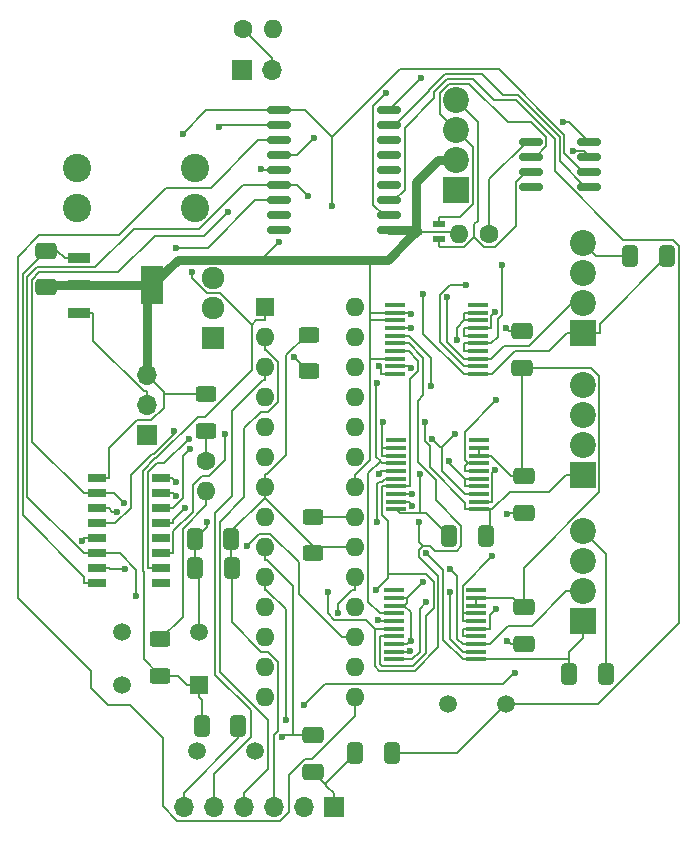
<source format=gbr>
%TF.GenerationSoftware,KiCad,Pcbnew,8.0.1-rc1*%
%TF.CreationDate,2024-08-20T18:32:43-07:00*%
%TF.ProjectId,AMS - CANBus Sensor - Temperature,414d5320-2d20-4434-914e-427573205365,rev?*%
%TF.SameCoordinates,Original*%
%TF.FileFunction,Copper,L2,Bot*%
%TF.FilePolarity,Positive*%
%FSLAX46Y46*%
G04 Gerber Fmt 4.6, Leading zero omitted, Abs format (unit mm)*
G04 Created by KiCad (PCBNEW 8.0.1-rc1) date 2024-08-20 18:32:43*
%MOMM*%
%LPD*%
G01*
G04 APERTURE LIST*
G04 Aperture macros list*
%AMRoundRect*
0 Rectangle with rounded corners*
0 $1 Rounding radius*
0 $2 $3 $4 $5 $6 $7 $8 $9 X,Y pos of 4 corners*
0 Add a 4 corners polygon primitive as box body*
4,1,4,$2,$3,$4,$5,$6,$7,$8,$9,$2,$3,0*
0 Add four circle primitives for the rounded corners*
1,1,$1+$1,$2,$3*
1,1,$1+$1,$4,$5*
1,1,$1+$1,$6,$7*
1,1,$1+$1,$8,$9*
0 Add four rect primitives between the rounded corners*
20,1,$1+$1,$2,$3,$4,$5,0*
20,1,$1+$1,$4,$5,$6,$7,0*
20,1,$1+$1,$6,$7,$8,$9,0*
20,1,$1+$1,$8,$9,$2,$3,0*%
G04 Aperture macros list end*
%TA.AperFunction,ComponentPad*%
%ADD10C,2.400000*%
%TD*%
%TA.AperFunction,ComponentPad*%
%ADD11R,1.500000X1.500000*%
%TD*%
%TA.AperFunction,ComponentPad*%
%ADD12C,1.500000*%
%TD*%
%TA.AperFunction,ComponentPad*%
%ADD13R,1.920000X1.920000*%
%TD*%
%TA.AperFunction,ComponentPad*%
%ADD14C,1.920000*%
%TD*%
%TA.AperFunction,SMDPad,CuDef*%
%ADD15R,1.850000X0.900000*%
%TD*%
%TA.AperFunction,SMDPad,CuDef*%
%ADD16R,1.850000X3.200000*%
%TD*%
%TA.AperFunction,SMDPad,CuDef*%
%ADD17R,1.525000X0.650000*%
%TD*%
%TA.AperFunction,SMDPad,CuDef*%
%ADD18R,1.000000X0.550000*%
%TD*%
%TA.AperFunction,ComponentPad*%
%ADD19C,1.600000*%
%TD*%
%TA.AperFunction,ComponentPad*%
%ADD20O,1.600000X1.600000*%
%TD*%
%TA.AperFunction,ComponentPad*%
%ADD21R,2.200000X2.200000*%
%TD*%
%TA.AperFunction,ComponentPad*%
%ADD22C,2.200000*%
%TD*%
%TA.AperFunction,ComponentPad*%
%ADD23R,1.700000X1.700000*%
%TD*%
%TA.AperFunction,ComponentPad*%
%ADD24O,1.700000X1.700000*%
%TD*%
%TA.AperFunction,ComponentPad*%
%ADD25R,1.600000X1.600000*%
%TD*%
%TA.AperFunction,SMDPad,CuDef*%
%ADD26RoundRect,0.250000X0.650000X-0.412500X0.650000X0.412500X-0.650000X0.412500X-0.650000X-0.412500X0*%
%TD*%
%TA.AperFunction,SMDPad,CuDef*%
%ADD27RoundRect,0.250000X-0.650000X0.412500X-0.650000X-0.412500X0.650000X-0.412500X0.650000X0.412500X0*%
%TD*%
%TA.AperFunction,SMDPad,CuDef*%
%ADD28RoundRect,0.150000X0.825000X0.150000X-0.825000X0.150000X-0.825000X-0.150000X0.825000X-0.150000X0*%
%TD*%
%TA.AperFunction,SMDPad,CuDef*%
%ADD29R,1.705000X0.450000*%
%TD*%
%TA.AperFunction,SMDPad,CuDef*%
%ADD30RoundRect,0.250000X-0.412500X-0.650000X0.412500X-0.650000X0.412500X0.650000X-0.412500X0.650000X0*%
%TD*%
%TA.AperFunction,SMDPad,CuDef*%
%ADD31RoundRect,0.250000X-0.625000X0.400000X-0.625000X-0.400000X0.625000X-0.400000X0.625000X0.400000X0*%
%TD*%
%TA.AperFunction,SMDPad,CuDef*%
%ADD32RoundRect,0.250000X0.412500X0.650000X-0.412500X0.650000X-0.412500X-0.650000X0.412500X-0.650000X0*%
%TD*%
%TA.AperFunction,SMDPad,CuDef*%
%ADD33RoundRect,0.150000X0.875000X0.150000X-0.875000X0.150000X-0.875000X-0.150000X0.875000X-0.150000X0*%
%TD*%
%TA.AperFunction,SMDPad,CuDef*%
%ADD34RoundRect,0.250000X0.625000X-0.400000X0.625000X0.400000X-0.625000X0.400000X-0.625000X-0.400000X0*%
%TD*%
%TA.AperFunction,ViaPad*%
%ADD35C,0.600000*%
%TD*%
%TA.AperFunction,Conductor*%
%ADD36C,0.200000*%
%TD*%
%TA.AperFunction,Conductor*%
%ADD37C,0.762000*%
%TD*%
G04 APERTURE END LIST*
D10*
%TO.P,U5,1,1*%
%TO.N,Net-(Q1-Pad3)*%
X134999500Y-70018000D03*
%TO.P,U5,2,2*%
X134999500Y-73418000D03*
%TO.P,U5,3,3*%
%TO.N,+VDC*%
X125079500Y-70018000D03*
%TO.P,U5,4,4*%
X125079500Y-73418000D03*
%TD*%
D11*
%TO.P,Reset1,1,NO_1*%
%TO.N,/BareMinAtmel328P/RESET*%
X135385300Y-113752500D03*
D12*
%TO.P,Reset1,2,NO_2*%
%TO.N,unconnected-(Reset1-NO_2-Pad2)*%
X128885300Y-113752500D03*
%TO.P,Reset1,3,COM_1*%
%TO.N,GND*%
X135385300Y-109252500D03*
%TO.P,Reset1,4,COM_2*%
%TO.N,unconnected-(Reset1-COM_2-Pad4)*%
X128885300Y-109252500D03*
%TD*%
D13*
%TO.P,Q1,1*%
%TO.N,Net-(Q1-Pad1)*%
X136586000Y-84423600D03*
D14*
%TO.P,Q1,2*%
%TO.N,Net-(J1-Pin_1)*%
X136586000Y-81883600D03*
%TO.P,Q1,3*%
%TO.N,Net-(Q1-Pad3)*%
X136586000Y-79343600D03*
%TD*%
D15*
%TO.P,IC5,1,INPUT*%
%TO.N,+5V*%
X125227300Y-82238500D03*
%TO.P,IC5,2,ADJ/GND_1*%
%TO.N,GND*%
X125227300Y-79938500D03*
%TO.P,IC5,3,OUTPUT*%
%TO.N,+3.3V*%
X125227300Y-77638500D03*
D16*
%TO.P,IC5,4,ADJ/GND_2*%
%TO.N,GND*%
X131427300Y-79938500D03*
%TD*%
D17*
%TO.P,IC4,1,VCC*%
%TO.N,+3.3V*%
X126702000Y-105163600D03*
%TO.P,IC4,2,1Y*%
%TO.N,/MAX31865AAP+1/SLC3v*%
X126702000Y-103893600D03*
%TO.P,IC4,3,1A*%
%TO.N,CLK*%
X126702000Y-102623600D03*
%TO.P,IC4,4,2Y*%
%TO.N,MISO*%
X126702000Y-101353600D03*
%TO.P,IC4,5,2A*%
%TO.N,/MAX31865AAP+1/MISO3v*%
X126702000Y-100083600D03*
%TO.P,IC4,6,3Y*%
%TO.N,/MAX31865AAP+1/MOSI3v*%
X126702000Y-98813600D03*
%TO.P,IC4,7,3A*%
%TO.N,MOSI*%
X126702000Y-97543600D03*
%TO.P,IC4,8,GND*%
%TO.N,GND*%
X126702000Y-96273600D03*
%TO.P,IC4,9,4A*%
%TO.N,/BareMinAtmel328P/PD5-D5*%
X132126000Y-96273600D03*
%TO.P,IC4,10,4Y*%
%TO.N,/MAX31865AAP+3/CS3v*%
X132126000Y-97543600D03*
%TO.P,IC4,11,5A*%
%TO.N,/BareMinAtmel328P/PD4-D4*%
X132126000Y-98813600D03*
%TO.P,IC4,12,5Y*%
%TO.N,/MAX31865AAP+2/CS3v*%
X132126000Y-100083600D03*
%TO.P,IC4,13,NC_1*%
%TO.N,unconnected-(IC4-NC_1-Pad13)*%
X132126000Y-101353600D03*
%TO.P,IC4,14,6A*%
%TO.N,/BareMinAtmel328P/PD3-D3*%
X132126000Y-102623600D03*
%TO.P,IC4,15,6Y*%
%TO.N,/MAX31865AAP+1/CS3v*%
X132126000Y-103893600D03*
%TO.P,IC4,16,NC_2*%
%TO.N,unconnected-(IC4-NC_2-Pad16)*%
X132126000Y-105163600D03*
%TD*%
D18*
%TO.P,D1,1,CATHODE_1*%
%TO.N,CANBUS_H*%
X155655900Y-74744100D03*
%TO.P,D1,2,CATHODE_2*%
%TO.N,CANBUS_L*%
X155655900Y-76044100D03*
%TO.P,D1,3,COMMON_ANODE*%
%TO.N,GND*%
X153755900Y-75394100D03*
%TD*%
D19*
%TO.P,R7,1*%
%TO.N,Net-(J5-Pin_2)*%
X139116100Y-58260700D03*
D20*
%TO.P,R7,2*%
%TO.N,CANBUS_L*%
X141656100Y-58260700D03*
%TD*%
D21*
%TO.P,J1,1,Pin_1*%
%TO.N,Net-(J1-Pin_1)*%
X157148000Y-71872800D03*
D22*
%TO.P,J1,2,Pin_2*%
%TO.N,GND*%
X157148000Y-69332800D03*
%TO.P,J1,3,Pin_3*%
%TO.N,CANBUS_H*%
X157148000Y-66792800D03*
%TO.P,J1,4,Pin_4*%
%TO.N,CANBUS_L*%
X157148000Y-64252800D03*
%TD*%
D19*
%TO.P,NTC1,1*%
%TO.N,/BareMinAtmel328P/PC0-A0*%
X135965600Y-94809500D03*
D20*
%TO.P,NTC1,2*%
%TO.N,+5V*%
X135965600Y-97349500D03*
%TD*%
D23*
%TO.P,J3,1,Pin_1*%
%TO.N,GND*%
X146767300Y-124094700D03*
D24*
%TO.P,J3,2,Pin_2*%
%TO.N,unconnected-(J3-Pin_2-Pad2)*%
X144227300Y-124094700D03*
%TO.P,J3,3,Pin_3*%
%TO.N,+5V*%
X141687300Y-124094700D03*
%TO.P,J3,4,Pin_4*%
%TO.N,/BareMinAtmel328P/PD0-RX*%
X139147300Y-124094700D03*
%TO.P,J3,5,Pin_5*%
%TO.N,/BareMinAtmel328P/PD1-TX*%
X136607300Y-124094700D03*
%TO.P,J3,6,Pin_6*%
%TO.N,Net-(J3-Pin_6)*%
X134067300Y-124094700D03*
%TD*%
D21*
%TO.P,J15,1,Pin_1*%
%TO.N,/MAX31865AAP+2/RTDIn+*%
X167848300Y-96013700D03*
D22*
%TO.P,J15,2,Pin_2*%
%TO.N,/MAX31865AAP+2/FORCE+*%
X167848300Y-93473700D03*
%TO.P,J15,3,Pin_3*%
%TO.N,/MAX31865AAP+2/FORCE-*%
X167848300Y-90933700D03*
%TO.P,J15,4,Pin_4*%
%TO.N,/MAX31865AAP+2/RTDin-*%
X167848300Y-88393700D03*
%TD*%
D19*
%TO.P,R6,1*%
%TO.N,Net-(U4-Rs)*%
X159962900Y-75582300D03*
D20*
%TO.P,R6,2*%
%TO.N,GND*%
X157422900Y-75582300D03*
%TD*%
D21*
%TO.P,J14,1,Pin_1*%
%TO.N,/MAX31865AAP+1/RTDIn+*%
X167892100Y-83986200D03*
D22*
%TO.P,J14,2,Pin_2*%
%TO.N,/MAX31865AAP+1/FORCE+*%
X167892100Y-81446200D03*
%TO.P,J14,3,Pin_3*%
%TO.N,/MAX31865AAP+1/FORCE-*%
X167892100Y-78906200D03*
%TO.P,J14,4,Pin_4*%
%TO.N,/MAX31865AAP+1/RTDin-*%
X167892100Y-76366200D03*
%TD*%
D21*
%TO.P,J16,1,Pin_1*%
%TO.N,/MAX31865AAP+3/RTDIn+*%
X167909100Y-108390600D03*
D22*
%TO.P,J16,2,Pin_2*%
%TO.N,/MAX31865AAP+3/FORCE+*%
X167909100Y-105850600D03*
%TO.P,J16,3,Pin_3*%
%TO.N,/MAX31865AAP+3/FORCE-*%
X167909100Y-103310600D03*
%TO.P,J16,4,Pin_4*%
%TO.N,/MAX31865AAP+3/RTDin-*%
X167909100Y-100770600D03*
%TD*%
D23*
%TO.P,Powerboard1,1,Pin_1*%
%TO.N,+VDC*%
X130976300Y-92602600D03*
D24*
%TO.P,Powerboard1,2,Pin_2*%
%TO.N,+5V*%
X130976300Y-90062600D03*
%TO.P,Powerboard1,3,Pin_3*%
%TO.N,GND*%
X130976300Y-87522600D03*
%TD*%
D25*
%TO.P,U2,1,~{RESET}/PC6*%
%TO.N,/BareMinAtmel328P/RESET*%
X140929500Y-81761800D03*
D20*
%TO.P,U2,2,PD0*%
%TO.N,/BareMinAtmel328P/PD0-RX*%
X140929500Y-84301800D03*
%TO.P,U2,3,PD1*%
%TO.N,/BareMinAtmel328P/PD1-TX*%
X140929500Y-86841800D03*
%TO.P,U2,4,PD2*%
%TO.N,/BareMinAtmel328P/PD2-D2*%
X140929500Y-89381800D03*
%TO.P,U2,5,PD3*%
%TO.N,/BareMinAtmel328P/PD3-D3*%
X140929500Y-91921800D03*
%TO.P,U2,6,PD4*%
%TO.N,/BareMinAtmel328P/PD4-D4*%
X140929500Y-94461800D03*
%TO.P,U2,7,VCC*%
%TO.N,+5V*%
X140929500Y-97001800D03*
%TO.P,U2,8,GND*%
%TO.N,GND*%
X140929500Y-99541800D03*
%TO.P,U2,9,XTAL1/PB6*%
%TO.N,Net-(U2-XTAL1{slash}PB6)*%
X140929500Y-102081800D03*
%TO.P,U2,10,XTAL2/PB7*%
%TO.N,Net-(U2-XTAL2{slash}PB7)*%
X140929500Y-104621800D03*
%TO.P,U2,11,PD5*%
%TO.N,/BareMinAtmel328P/PD5-D5*%
X140929500Y-107161800D03*
%TO.P,U2,12,PD6*%
%TO.N,/BareMinAtmel328P/PD6-D6*%
X140929500Y-109701800D03*
%TO.P,U2,13,PD7*%
%TO.N,/BareMinAtmel328P/PD7-D7*%
X140929500Y-112241800D03*
%TO.P,U2,14,PB0*%
%TO.N,/BareMinAtmel328P/PB0-D8*%
X140929500Y-114781800D03*
%TO.P,U2,15,PB1*%
%TO.N,/BareMinAtmel328P/PB1-D9*%
X148549500Y-114781800D03*
%TO.P,U2,16,PB2*%
%TO.N,/BareMinAtmel328P/PB2-D10-SS*%
X148549500Y-112241800D03*
%TO.P,U2,17,PB3*%
%TO.N,MOSI*%
X148549500Y-109701800D03*
%TO.P,U2,18,PB4*%
%TO.N,MISO*%
X148549500Y-107161800D03*
%TO.P,U2,19,PB5*%
%TO.N,CLK*%
X148549500Y-104621800D03*
%TO.P,U2,20,AVCC*%
%TO.N,+5V*%
X148549500Y-102081800D03*
%TO.P,U2,21,AREF*%
%TO.N,/BareMinAtmel328P/AREF*%
X148549500Y-99541800D03*
%TO.P,U2,22,GND*%
%TO.N,GND*%
X148549500Y-97001800D03*
%TO.P,U2,23,PC0*%
%TO.N,/BareMinAtmel328P/PC0-A0*%
X148549500Y-94461800D03*
%TO.P,U2,24,PC1*%
%TO.N,/BareMinAtmel328P/PC1-A1*%
X148549500Y-91921800D03*
%TO.P,U2,25,PC2*%
%TO.N,/BareMinAtmel328P/PC2-A2*%
X148549500Y-89381800D03*
%TO.P,U2,26,PC3*%
%TO.N,/BareMinAtmel328P/PC3-A3*%
X148549500Y-86841800D03*
%TO.P,U2,27,PC4*%
%TO.N,/BareMinAtmel328P/PC4-A4-SDA*%
X148549500Y-84301800D03*
%TO.P,U2,28,PC5*%
%TO.N,/BareMinAtmel328P/PC5-A5-SCL*%
X148549500Y-81761800D03*
%TD*%
D23*
%TO.P,J5,1,Pin_1*%
%TO.N,CANBUS_H*%
X139049600Y-61738500D03*
D24*
%TO.P,J5,2,Pin_2*%
%TO.N,Net-(J5-Pin_2)*%
X141589600Y-61738500D03*
%TD*%
D12*
%TO.P,Y2,1,1*%
%TO.N,Net-(U3-OSC1)*%
X156482900Y-115391200D03*
%TO.P,Y2,2,2*%
%TO.N,Net-(U3-OSC2)*%
X161362900Y-115391200D03*
%TD*%
%TO.P,Y1,1,1*%
%TO.N,Net-(U2-XTAL2{slash}PB7)*%
X135241300Y-119345300D03*
%TO.P,Y1,2,2*%
%TO.N,Net-(U2-XTAL1{slash}PB6)*%
X140121300Y-119345300D03*
%TD*%
D26*
%TO.P,C17,1*%
%TO.N,GND*%
X122452500Y-80108100D03*
%TO.P,C17,2*%
%TO.N,+3.3V*%
X122452500Y-76983100D03*
%TD*%
D27*
%TO.P,C2,1*%
%TO.N,Net-(U2-XTAL1{slash}PB6)*%
X145046300Y-118038200D03*
%TO.P,C2,2*%
%TO.N,GND*%
X145046300Y-121163200D03*
%TD*%
D28*
%TO.P,U4,1,TXD*%
%TO.N,/CANBUS-MCP2515/TXtoCANTC*%
X168429800Y-67769000D03*
%TO.P,U4,2,VSS*%
%TO.N,GND*%
X168429800Y-69039000D03*
%TO.P,U4,3,VDD*%
%TO.N,+5V*%
X168429800Y-70309000D03*
%TO.P,U4,4,RXD*%
%TO.N,/CANBUS-MCP2515/RXtoCANTC*%
X168429800Y-71579000D03*
%TO.P,U4,5,Vref*%
%TO.N,unconnected-(U4-Vref-Pad5)*%
X163479800Y-71579000D03*
%TO.P,U4,6,CANL*%
%TO.N,CANBUS_L*%
X163479800Y-70309000D03*
%TO.P,U4,7,CANH*%
%TO.N,CANBUS_H*%
X163479800Y-69039000D03*
%TO.P,U4,8,Rs*%
%TO.N,Net-(U4-Rs)*%
X163479800Y-67769000D03*
%TD*%
D29*
%TO.P,IC2,1,~{DRDY}*%
%TO.N,unconnected-(IC2-~{DRDY}-Pad1)*%
X159052800Y-93041700D03*
%TO.P,IC2,2,DVDD*%
%TO.N,+3.3V*%
X159052800Y-93691700D03*
%TO.P,IC2,3,VDD*%
X159052800Y-94341700D03*
%TO.P,IC2,4,BIAS*%
%TO.N,Net-(IC2-BIAS)*%
X159052800Y-94991700D03*
%TO.P,IC2,5,REFIN+*%
X159052800Y-95641700D03*
%TO.P,IC2,6,REFIN-*%
%TO.N,Net-(IC2-ISENSOR)*%
X159052800Y-96291700D03*
%TO.P,IC2,7,ISENSOR*%
X159052800Y-96941700D03*
%TO.P,IC2,8,FORCE+*%
%TO.N,/MAX31865AAP+2/FORCE+*%
X159052800Y-97591700D03*
%TO.P,IC2,9,FORCE2*%
%TO.N,Net-(IC2-FORCE2)*%
X159052800Y-98241700D03*
%TO.P,IC2,10,RTDIN+*%
%TO.N,/MAX31865AAP+2/RTDIn+*%
X159052800Y-98891700D03*
%TO.P,IC2,11,RTDIN-*%
%TO.N,/MAX31865AAP+2/RTDin-*%
X152056800Y-98891700D03*
%TO.P,IC2,12,FORCE-*%
%TO.N,/MAX31865AAP+2/FORCE-*%
X152056800Y-98241700D03*
%TO.P,IC2,13,GND2*%
%TO.N,GND*%
X152056800Y-97591700D03*
%TO.P,IC2,14,SDI*%
%TO.N,/MAX31865AAP+1/MOSI3v*%
X152056800Y-96941700D03*
%TO.P,IC2,15,SCLK*%
%TO.N,/MAX31865AAP+1/SLC3v*%
X152056800Y-96291700D03*
%TO.P,IC2,16,~{CS}*%
%TO.N,/MAX31865AAP+2/CS3v*%
X152056800Y-95641700D03*
%TO.P,IC2,17,SDO*%
%TO.N,/MAX31865AAP+1/MISO3v*%
X152056800Y-94991700D03*
%TO.P,IC2,18,DGND*%
%TO.N,GND*%
X152056800Y-94341700D03*
%TO.P,IC2,19,GND*%
X152056800Y-93691700D03*
%TO.P,IC2,20,N.C.*%
%TO.N,unconnected-(IC2-N.C.-Pad20)*%
X152056800Y-93041700D03*
%TD*%
D30*
%TO.P,C10,1*%
%TO.N,/MAX31865AAP+1/RTDin-*%
X171892600Y-77456100D03*
%TO.P,C10,2*%
%TO.N,/MAX31865AAP+1/RTDIn+*%
X175017600Y-77456100D03*
%TD*%
D31*
%TO.P,R4,1*%
%TO.N,+5V*%
X132096400Y-109912300D03*
%TO.P,R4,2*%
%TO.N,/BareMinAtmel328P/RESET*%
X132096400Y-113012300D03*
%TD*%
D26*
%TO.P,C9,1*%
%TO.N,+3.3V*%
X162729800Y-86897200D03*
%TO.P,C9,2*%
%TO.N,GND*%
X162729800Y-83772200D03*
%TD*%
D32*
%TO.P,C4,1*%
%TO.N,Net-(U3-OSC2)*%
X151743500Y-119515100D03*
%TO.P,C4,2*%
%TO.N,GND*%
X148618500Y-119515100D03*
%TD*%
D33*
%TO.P,U3,1,TXCAN*%
%TO.N,/CANBUS-MCP2515/TXtoCANTC*%
X151455100Y-65127000D03*
%TO.P,U3,2,RXCAN*%
%TO.N,/CANBUS-MCP2515/RXtoCANTC*%
X151455100Y-66397000D03*
%TO.P,U3,3,CLKOUT/SOF*%
%TO.N,unconnected-(U3-CLKOUT{slash}SOF-Pad3)*%
X151455100Y-67667000D03*
%TO.P,U3,4,~{TX0RTS}*%
%TO.N,unconnected-(U3-~{TX0RTS}-Pad4)*%
X151455100Y-68937000D03*
%TO.P,U3,5,~{TX1RTS}*%
%TO.N,unconnected-(U3-~{TX1RTS}-Pad5)*%
X151455100Y-70207000D03*
%TO.P,U3,6,~{TX2RTS}*%
%TO.N,unconnected-(U3-~{TX2RTS}-Pad6)*%
X151455100Y-71477000D03*
%TO.P,U3,7,OSC2*%
%TO.N,Net-(U3-OSC2)*%
X151455100Y-72747000D03*
%TO.P,U3,8,OSC1*%
%TO.N,Net-(U3-OSC1)*%
X151455100Y-74017000D03*
%TO.P,U3,9,VSS*%
%TO.N,GND*%
X151455100Y-75287000D03*
%TO.P,U3,10,~{RX1BF}*%
%TO.N,unconnected-(U3-~{RX1BF}-Pad10)*%
X142155100Y-75287000D03*
%TO.P,U3,11,~{RX0BF}*%
%TO.N,unconnected-(U3-~{RX0BF}-Pad11)*%
X142155100Y-74017000D03*
%TO.P,U3,12,~{INT}*%
%TO.N,/BareMinAtmel328P/PD2-D2*%
X142155100Y-72747000D03*
%TO.P,U3,13,SCK*%
%TO.N,CLK*%
X142155100Y-71477000D03*
%TO.P,U3,14,SI*%
%TO.N,MOSI*%
X142155100Y-70207000D03*
%TO.P,U3,15,SO*%
%TO.N,MISO*%
X142155100Y-68937000D03*
%TO.P,U3,16,~{CS}*%
%TO.N,/BareMinAtmel328P/PB1-D9*%
X142155100Y-67667000D03*
%TO.P,U3,17,~{RESET}*%
%TO.N,Net-(U3-~{RESET})*%
X142155100Y-66397000D03*
%TO.P,U3,18,VDD*%
%TO.N,+5V*%
X142155100Y-65127000D03*
%TD*%
D34*
%TO.P,R5,1*%
%TO.N,Net-(U3-~{RESET})*%
X144703000Y-87196800D03*
%TO.P,R5,2*%
%TO.N,+5V*%
X144703000Y-84096800D03*
%TD*%
D31*
%TO.P,R3,1*%
%TO.N,GND*%
X135973000Y-89148700D03*
%TO.P,R3,2*%
%TO.N,/BareMinAtmel328P/PC0-A0*%
X135973000Y-92248700D03*
%TD*%
D29*
%TO.P,IC3,1,~{DRDY}*%
%TO.N,unconnected-(IC3-~{DRDY}-Pad1)*%
X158862000Y-105750800D03*
%TO.P,IC3,2,DVDD*%
%TO.N,+3.3V*%
X158862000Y-106400800D03*
%TO.P,IC3,3,VDD*%
X158862000Y-107050800D03*
%TO.P,IC3,4,BIAS*%
%TO.N,Net-(IC3-BIAS)*%
X158862000Y-107700800D03*
%TO.P,IC3,5,REFIN+*%
X158862000Y-108350800D03*
%TO.P,IC3,6,REFIN-*%
%TO.N,Net-(IC3-ISENSOR)*%
X158862000Y-109000800D03*
%TO.P,IC3,7,ISENSOR*%
X158862000Y-109650800D03*
%TO.P,IC3,8,FORCE+*%
%TO.N,/MAX31865AAP+3/FORCE+*%
X158862000Y-110300800D03*
%TO.P,IC3,9,FORCE2*%
%TO.N,Net-(IC3-FORCE2)*%
X158862000Y-110950800D03*
%TO.P,IC3,10,RTDIN+*%
%TO.N,/MAX31865AAP+3/RTDIn+*%
X158862000Y-111600800D03*
%TO.P,IC3,11,RTDIN-*%
%TO.N,/MAX31865AAP+3/RTDin-*%
X151866000Y-111600800D03*
%TO.P,IC3,12,FORCE-*%
%TO.N,/MAX31865AAP+3/FORCE-*%
X151866000Y-110950800D03*
%TO.P,IC3,13,GND2*%
%TO.N,GND*%
X151866000Y-110300800D03*
%TO.P,IC3,14,SDI*%
%TO.N,/MAX31865AAP+1/MOSI3v*%
X151866000Y-109650800D03*
%TO.P,IC3,15,SCLK*%
%TO.N,/MAX31865AAP+1/SLC3v*%
X151866000Y-109000800D03*
%TO.P,IC3,16,~{CS}*%
%TO.N,/MAX31865AAP+3/CS3v*%
X151866000Y-108350800D03*
%TO.P,IC3,17,SDO*%
%TO.N,/MAX31865AAP+1/MISO3v*%
X151866000Y-107700800D03*
%TO.P,IC3,18,DGND*%
%TO.N,GND*%
X151866000Y-107050800D03*
%TO.P,IC3,19,GND*%
X151866000Y-106400800D03*
%TO.P,IC3,20,N.C.*%
%TO.N,unconnected-(IC3-N.C.-Pad20)*%
X151866000Y-105750800D03*
%TD*%
D32*
%TO.P,C1,1*%
%TO.N,Net-(J3-Pin_6)*%
X138717100Y-117199700D03*
%TO.P,C1,2*%
%TO.N,/BareMinAtmel328P/RESET*%
X135592100Y-117199700D03*
%TD*%
D31*
%TO.P,R2,1*%
%TO.N,/BareMinAtmel328P/AREF*%
X144995600Y-99509000D03*
%TO.P,R2,2*%
%TO.N,+5V*%
X144995600Y-102609000D03*
%TD*%
D29*
%TO.P,IC1,1,~{DRDY}*%
%TO.N,unconnected-(IC1-~{DRDY}-Pad1)*%
X158961000Y-81591200D03*
%TO.P,IC1,2,DVDD*%
%TO.N,+3.3V*%
X158961000Y-82241200D03*
%TO.P,IC1,3,VDD*%
X158961000Y-82891200D03*
%TO.P,IC1,4,BIAS*%
%TO.N,Net-(IC1-BIAS)*%
X158961000Y-83541200D03*
%TO.P,IC1,5,REFIN+*%
X158961000Y-84191200D03*
%TO.P,IC1,6,REFIN-*%
%TO.N,Net-(IC1-ISENSOR)*%
X158961000Y-84841200D03*
%TO.P,IC1,7,ISENSOR*%
X158961000Y-85491200D03*
%TO.P,IC1,8,FORCE+*%
%TO.N,/MAX31865AAP+1/FORCE+*%
X158961000Y-86141200D03*
%TO.P,IC1,9,FORCE2*%
%TO.N,Net-(IC1-FORCE2)*%
X158961000Y-86791200D03*
%TO.P,IC1,10,RTDIN+*%
%TO.N,/MAX31865AAP+1/RTDIn+*%
X158961000Y-87441200D03*
%TO.P,IC1,11,RTDIN-*%
%TO.N,/MAX31865AAP+1/RTDin-*%
X151965000Y-87441200D03*
%TO.P,IC1,12,FORCE-*%
%TO.N,/MAX31865AAP+1/FORCE-*%
X151965000Y-86791200D03*
%TO.P,IC1,13,GND2*%
%TO.N,GND*%
X151965000Y-86141200D03*
%TO.P,IC1,14,SDI*%
%TO.N,/MAX31865AAP+1/MOSI3v*%
X151965000Y-85491200D03*
%TO.P,IC1,15,SCLK*%
%TO.N,/MAX31865AAP+1/SLC3v*%
X151965000Y-84841200D03*
%TO.P,IC1,16,~{CS}*%
%TO.N,/MAX31865AAP+1/CS3v*%
X151965000Y-84191200D03*
%TO.P,IC1,17,SDO*%
%TO.N,/MAX31865AAP+1/MISO3v*%
X151965000Y-83541200D03*
%TO.P,IC1,18,DGND*%
%TO.N,GND*%
X151965000Y-82891200D03*
%TO.P,IC1,19,GND*%
X151965000Y-82241200D03*
%TO.P,IC1,20,N.C.*%
%TO.N,unconnected-(IC1-N.C.-Pad20)*%
X151965000Y-81591200D03*
%TD*%
D27*
%TO.P,C12,1*%
%TO.N,+3.3V*%
X162889700Y-96066100D03*
%TO.P,C12,2*%
%TO.N,GND*%
X162889700Y-99191100D03*
%TD*%
D32*
%TO.P,C7,1*%
%TO.N,+5V*%
X138126100Y-103901500D03*
%TO.P,C7,2*%
%TO.N,GND*%
X135001100Y-103901500D03*
%TD*%
D30*
%TO.P,C13,1*%
%TO.N,/MAX31865AAP+2/RTDin-*%
X156521000Y-101175400D03*
%TO.P,C13,2*%
%TO.N,/MAX31865AAP+2/RTDIn+*%
X159646000Y-101175400D03*
%TD*%
D32*
%TO.P,C6,1*%
%TO.N,+5V*%
X138122400Y-101431600D03*
%TO.P,C6,2*%
%TO.N,GND*%
X134997400Y-101431600D03*
%TD*%
D27*
%TO.P,C14,1*%
%TO.N,+3.3V*%
X162869100Y-107189900D03*
%TO.P,C14,2*%
%TO.N,GND*%
X162869100Y-110314900D03*
%TD*%
D32*
%TO.P,C16,1*%
%TO.N,/MAX31865AAP+3/RTDin-*%
X169811100Y-112819400D03*
%TO.P,C16,2*%
%TO.N,/MAX31865AAP+3/RTDIn+*%
X166686100Y-112819400D03*
%TD*%
D35*
%TO.N,+3.3V*%
X162874645Y-96085241D03*
%TO.N,GND*%
X148637496Y-119508082D03*
%TO.N,+3.3V*%
X162093995Y-112717163D03*
X144289628Y-115459966D03*
X126678836Y-105167829D03*
X162827325Y-107236998D03*
X162737769Y-86905169D03*
%TO.N,GND*%
X167003300Y-68552100D03*
X132857700Y-78532200D03*
X136035500Y-99951400D03*
X142137100Y-76294800D03*
%TO.N,/BareMinAtmel328P/RESET*%
X134768900Y-78779000D03*
%TO.N,+5V*%
X134003700Y-67077700D03*
X146619800Y-73243100D03*
%TO.N,+3.3V*%
X157195900Y-84592100D03*
%TO.N,GND*%
X161324200Y-83504900D03*
X153335800Y-82389900D03*
%TO.N,/MAX31865AAP+1/RTDIn+*%
X154379100Y-80690300D03*
%TO.N,/BareMinAtmel328P/PD4-D4*%
X134608500Y-93775100D03*
%TO.N,/BareMinAtmel328P/PD3-D3*%
X137575400Y-92524700D03*
%TO.N,/BareMinAtmel328P/PD5-D5*%
X133407800Y-96583600D03*
%TO.N,/BareMinAtmel328P/PD2-D2*%
X133465200Y-76790700D03*
%TO.N,/CANBUS-MCP2515/TXtoCANTC*%
X154174700Y-62407400D03*
X166165300Y-66077900D03*
%TO.N,Net-(U2-XTAL1{slash}PB6)*%
X142393200Y-118173800D03*
%TO.N,Net-(U2-XTAL2{slash}PB7)*%
X142700900Y-116763420D03*
%TO.N,Net-(U3-OSC1)*%
X151224000Y-63664700D03*
%TO.N,Net-(U3-~{RESET})*%
X137075300Y-66491100D03*
X143455800Y-86021500D03*
%TO.N,/MAX31865AAP+1/RTDin-*%
X150584800Y-86778900D03*
%TO.N,GND*%
X153417100Y-97617100D03*
X150970900Y-91525700D03*
X161477100Y-99251500D03*
%TO.N,/MAX31865AAP+2/RTDIn+*%
X154491800Y-91480600D03*
%TO.N,/MAX31865AAP+2/RTDin-*%
X154042900Y-95940700D03*
%TO.N,GND*%
X161463300Y-110016500D03*
X154350100Y-105028000D03*
X153304500Y-110016500D03*
%TO.N,/MAX31865AAP+3/RTDIn+*%
X154592900Y-102576000D03*
%TO.N,/MAX31865AAP+3/RTDin-*%
X154605100Y-106753700D03*
%TO.N,/MAX31865AAP+1/MOSI3v*%
X150346100Y-105736000D03*
X128426900Y-99088000D03*
%TO.N,Net-(IC1-BIAS)*%
X160458500Y-82190400D03*
%TO.N,/MAX31865AAP+1/SLC3v*%
X146280900Y-105858000D03*
X153990800Y-99961700D03*
X150421800Y-99961700D03*
X129097200Y-103926600D03*
%TO.N,/MAX31865AAP+1/CS3v*%
X155034900Y-88425900D03*
X134492400Y-92936200D03*
%TO.N,Net-(IC1-FORCE2)*%
X158011700Y-79860300D03*
%TO.N,Net-(IC1-ISENSOR)*%
X161060200Y-78212600D03*
%TO.N,/MAX31865AAP+1/MISO3v*%
X153320500Y-83541200D03*
X133238100Y-92249000D03*
X150434300Y-88219500D03*
%TO.N,/MAX31865AAP+1/FORCE+*%
X156406100Y-80931300D03*
%TO.N,/MAX31865AAP+1/FORCE-*%
X153323900Y-86911200D03*
%TO.N,/MAX31865AAP+2/CS3v*%
X150571200Y-95892900D03*
X134215800Y-98745500D03*
%TO.N,Net-(IC2-ISENSOR)*%
X156548200Y-94782700D03*
%TO.N,Net-(IC2-BIAS)*%
X160559300Y-89656600D03*
%TO.N,/MAX31865AAP+2/FORCE+*%
X157007100Y-92543600D03*
X155102100Y-92899300D03*
%TO.N,/MAX31865AAP+2/FORCE-*%
X153413400Y-98582000D03*
%TO.N,Net-(IC2-FORCE2)*%
X160443200Y-95594300D03*
%TO.N,/MAX31865AAP+3/CS3v*%
X150511700Y-108306700D03*
X133391700Y-97744200D03*
%TO.N,/MAX31865AAP+3/FORCE+*%
X156653500Y-103937700D03*
%TO.N,/MAX31865AAP+3/FORCE-*%
X153229500Y-110907500D03*
%TO.N,Net-(IC3-BIAS)*%
X160214600Y-102852100D03*
%TO.N,Net-(IC3-FORCE2)*%
X156653500Y-105887800D03*
%TO.N,Net-(IC3-ISENSOR)*%
X160522200Y-107361100D03*
%TO.N,MOSI*%
X129006600Y-98400900D03*
X140609800Y-70083600D03*
X139457700Y-101959800D03*
X137813200Y-73686300D03*
%TO.N,MISO*%
X145088400Y-67489900D03*
X125428900Y-101562500D03*
%TO.N,CLK*%
X130074000Y-106219700D03*
X147101800Y-107666800D03*
X144573800Y-72400000D03*
%TD*%
D36*
%TO.N,+3.3V*%
X160207000Y-94504600D02*
X160207000Y-94341700D01*
X161768500Y-96066100D02*
X160207000Y-94504600D01*
X160207000Y-94341700D02*
X159052800Y-94341700D01*
X162889700Y-96066100D02*
X161768500Y-96066100D01*
%TO.N,GND*%
X151965000Y-82891200D02*
X149848723Y-82891200D01*
X149848723Y-82891200D02*
X149828800Y-82871277D01*
X149828800Y-82245035D02*
X149828800Y-82871277D01*
X149828800Y-82871277D02*
X149828800Y-86122684D01*
X149847316Y-86141200D02*
X149828800Y-86122684D01*
X151965000Y-86141200D02*
X149847316Y-86141200D01*
X149828800Y-86122684D02*
X149828800Y-94752000D01*
X149832635Y-82241200D02*
X149828800Y-82245035D01*
X150810800Y-82241200D02*
X149832635Y-82241200D01*
X149828800Y-77843400D02*
X149828800Y-82245035D01*
X148637496Y-119496104D02*
X146008400Y-122125200D01*
X148637496Y-119508082D02*
X148637496Y-119496104D01*
X148625518Y-119508082D02*
X148637496Y-119508082D01*
%TO.N,+3.3V*%
X161153264Y-113681800D02*
X162125871Y-112709193D01*
X146067794Y-113681800D02*
X161153264Y-113681800D01*
X144289628Y-115459966D02*
X146067794Y-113681800D01*
X126674607Y-105163600D02*
X125637800Y-105163600D01*
X126678836Y-105167829D02*
X126674607Y-105163600D01*
X126683065Y-105163600D02*
X126678836Y-105167829D01*
%TO.N,Net-(U2-XTAL2{slash}PB7)*%
X140929500Y-105723500D02*
X140929500Y-104621800D01*
X142700900Y-107357200D02*
X141067200Y-105723500D01*
X142700900Y-116763420D02*
X142700900Y-107357200D01*
X141067200Y-105723500D02*
X140929500Y-105723500D01*
%TO.N,+3.3V*%
X168572669Y-86905169D02*
X162737769Y-86905169D01*
X169248300Y-87580800D02*
X168572669Y-86905169D01*
X169248300Y-97451501D02*
X169248300Y-87580800D01*
X162869100Y-103830701D02*
X169248300Y-97451501D01*
X162869100Y-107189900D02*
X162869100Y-103830701D01*
X161991127Y-106400800D02*
X162827325Y-107236998D01*
X158862000Y-106400800D02*
X161991127Y-106400800D01*
X158862000Y-107050800D02*
X158862000Y-106400800D01*
X162737769Y-86905169D02*
X162729800Y-95906200D01*
X162729800Y-95906200D02*
X162889700Y-96066100D01*
X162729800Y-86897200D02*
X162737769Y-86905169D01*
%TO.N,GND*%
X149828800Y-94752000D02*
X148680700Y-95900100D01*
D37*
X153649000Y-75287000D02*
X153756000Y-75394100D01*
D36*
X136035500Y-100393500D02*
X134997400Y-101431600D01*
X148549500Y-97001800D02*
X148549500Y-95900100D01*
X167942900Y-68552100D02*
X167003300Y-68552100D01*
X146767300Y-124094700D02*
X146767300Y-122943000D01*
X146008400Y-122125200D02*
X145046300Y-121163200D01*
X146767300Y-122943000D02*
X146251200Y-122426900D01*
X132697300Y-78668300D02*
X132721600Y-78668300D01*
D37*
X153274200Y-75875800D02*
X151347000Y-77802600D01*
D36*
X153274200Y-75875800D02*
X153755900Y-75394100D01*
X132382200Y-88928500D02*
X130976300Y-87522600D01*
X130108100Y-91332700D02*
X131337000Y-91332700D01*
D37*
X157148000Y-69332800D02*
X155592000Y-69332800D01*
D36*
X132382200Y-89148700D02*
X135973000Y-89148700D01*
D37*
X133563000Y-77802600D02*
X132697300Y-78668300D01*
D36*
X127766200Y-96273600D02*
X127766200Y-93674600D01*
X146251200Y-122426900D02*
X146251200Y-122368100D01*
D37*
X153756000Y-75394100D02*
X153274200Y-75875800D01*
D36*
X168429800Y-69039000D02*
X167942900Y-68552100D01*
X148680700Y-95900100D02*
X148549500Y-95900100D01*
X131337000Y-91332700D02*
X132382200Y-90287500D01*
D37*
X153756000Y-71169200D02*
X153756000Y-75394100D01*
X132697300Y-78668300D02*
X131427000Y-79938500D01*
X125227300Y-79938500D02*
X122622000Y-79938500D01*
D36*
X127766200Y-93674600D02*
X130108100Y-91332700D01*
D37*
X131427000Y-79938500D02*
X125227300Y-79938500D01*
D36*
X149869600Y-77802600D02*
X149828800Y-77843400D01*
X140629300Y-77802600D02*
X142137100Y-76294800D01*
X157234700Y-75394100D02*
X153756000Y-75394100D01*
X146251200Y-122368100D02*
X146008400Y-122125200D01*
X148618500Y-119515100D02*
X148625518Y-119508082D01*
D37*
X155592000Y-69332800D02*
X153756000Y-71169200D01*
X151347000Y-77802600D02*
X149869600Y-77802600D01*
D36*
X132382200Y-90287500D02*
X132382200Y-89148700D01*
D37*
X151455100Y-75287000D02*
X153649000Y-75287000D01*
D36*
X135385300Y-104285700D02*
X135385300Y-109252500D01*
D37*
X149869600Y-77802600D02*
X140629300Y-77802600D01*
D36*
X135001100Y-101435300D02*
X135001100Y-103901500D01*
X136035500Y-99951400D02*
X136035500Y-100393500D01*
X132382200Y-89148700D02*
X132382200Y-88928500D01*
X132721600Y-78668300D02*
X132857700Y-78532200D01*
D37*
X130976000Y-80641800D02*
X130976000Y-87522600D01*
D36*
X126702000Y-96273600D02*
X127766200Y-96273600D01*
D37*
X140629300Y-77802600D02*
X133563000Y-77802600D01*
D36*
%TO.N,/BareMinAtmel328P/RESET*%
X130675700Y-104158200D02*
X130610200Y-104092700D01*
X139827800Y-87119000D02*
X139827800Y-83265900D01*
X130610200Y-95611000D02*
X131633000Y-94588200D01*
X132096400Y-113012300D02*
X130675700Y-111591600D01*
X130675700Y-111591600D02*
X130675700Y-104158200D01*
X135855500Y-91091300D02*
X139827800Y-87119000D01*
X135261900Y-91091300D02*
X135855500Y-91091300D01*
X140929500Y-82863500D02*
X140230200Y-82863500D01*
X130610200Y-104092700D02*
X130610200Y-95611000D01*
X135592100Y-115011000D02*
X135385300Y-114804200D01*
X131633000Y-94588200D02*
X131765000Y-94588200D01*
X137175600Y-80613700D02*
X136060500Y-80613700D01*
X136060500Y-80613700D02*
X134768900Y-79322100D01*
X131765000Y-94588200D02*
X135261900Y-91091300D01*
X139827800Y-83265900D02*
X137175600Y-80613700D01*
X140929500Y-81761800D02*
X140929500Y-82863500D01*
X133593400Y-113012300D02*
X134333600Y-113752500D01*
X132096400Y-113012300D02*
X133593400Y-113012300D01*
X135385300Y-113752500D02*
X134333600Y-113752500D01*
X134768900Y-79322100D02*
X134768900Y-78779000D01*
X135592100Y-117199700D02*
X135592100Y-115011000D01*
X140230200Y-82863500D02*
X139827800Y-83265900D01*
X135385300Y-113752500D02*
X135385300Y-114804200D01*
%TO.N,+5V*%
X134003700Y-67077700D02*
X135954400Y-65127000D01*
X167889800Y-70309000D02*
X166316800Y-68736000D01*
X138122400Y-101431600D02*
X138122400Y-103897800D01*
X125227300Y-82238500D02*
X126400700Y-82238500D01*
X138126100Y-108458800D02*
X140639100Y-110971800D01*
X140929500Y-98020800D02*
X140856700Y-98020800D01*
X140856700Y-98020800D02*
X138122400Y-100755100D01*
X130976300Y-88910900D02*
X130688400Y-88910900D01*
X160752000Y-61640400D02*
X152366800Y-61640400D01*
X140929500Y-98020800D02*
X141058900Y-98020800D01*
X133985800Y-100526700D02*
X135965600Y-98546900D01*
X132096400Y-109912300D02*
X133985800Y-108022900D01*
X130688400Y-88910900D02*
X126400700Y-84623200D01*
X146619800Y-73243100D02*
X146619800Y-67387400D01*
X141058900Y-98020800D02*
X144995600Y-101957500D01*
X126400700Y-84623200D02*
X126400700Y-82238500D01*
X166316800Y-67205200D02*
X160752000Y-61640400D01*
X135965600Y-98546900D02*
X135965600Y-98451200D01*
X140929500Y-97001800D02*
X140929500Y-95900100D01*
X142759000Y-85867500D02*
X142759000Y-94298900D01*
X130976300Y-90062600D02*
X130976300Y-88910900D01*
X141247500Y-110971800D02*
X142057400Y-111781700D01*
X135954400Y-65127000D02*
X142155100Y-65127000D01*
X142057400Y-111781700D02*
X142057400Y-117658800D01*
X144529700Y-84096800D02*
X142759000Y-85867500D01*
X142759000Y-94298900D02*
X141157800Y-95900100D01*
X152366800Y-61640400D02*
X146619800Y-67387400D01*
X138126100Y-103901500D02*
X138126100Y-108458800D01*
X166316800Y-68736000D02*
X166316800Y-67205200D01*
X144359400Y-65127000D02*
X142155100Y-65127000D01*
X140639100Y-110971800D02*
X141247500Y-110971800D01*
X140929500Y-97001800D02*
X140929500Y-98020800D01*
X141157800Y-95900100D02*
X140929500Y-95900100D01*
X141687300Y-124094700D02*
X141687300Y-118028900D01*
X144995600Y-102081800D02*
X148549500Y-102081800D01*
X135965600Y-97349500D02*
X135965600Y-98451200D01*
X146619800Y-67387400D02*
X144359400Y-65127000D01*
X144995600Y-101957500D02*
X144995600Y-102081800D01*
X133985800Y-108022900D02*
X133985800Y-100526700D01*
X142057400Y-117658800D02*
X141687300Y-118028900D01*
%TO.N,CANBUS_L*%
X158692900Y-75875700D02*
X159507900Y-76690700D01*
X162202500Y-71187600D02*
X163081100Y-70309000D01*
X155655900Y-76044100D02*
X155655900Y-76620800D01*
X159015700Y-74444600D02*
X158692900Y-74767400D01*
X155757200Y-76722100D02*
X155655900Y-76620800D01*
X157846500Y-76722100D02*
X155757200Y-76722100D01*
X158692900Y-74767400D02*
X158692900Y-75875700D01*
X162202500Y-74901700D02*
X162202500Y-71187600D01*
X158692900Y-75875700D02*
X157846500Y-76722100D01*
X159015700Y-66120500D02*
X159015700Y-74444600D01*
X157148000Y-64252800D02*
X159015700Y-66120500D01*
X159507900Y-76690700D02*
X160413500Y-76690700D01*
X160413500Y-76690700D02*
X162202500Y-74901700D01*
%TO.N,CANBUS_H*%
X158270600Y-62849000D02*
X156569500Y-62849000D01*
X158578000Y-68222800D02*
X158578000Y-73083700D01*
X157494300Y-74167400D02*
X155655900Y-74167400D01*
X157148000Y-66792800D02*
X158578000Y-68222800D01*
X164757100Y-67390400D02*
X163480000Y-66113300D01*
X155655900Y-74744100D02*
X155655900Y-74167400D01*
X163480000Y-66113300D02*
X161534900Y-66113300D01*
X156569500Y-62849000D02*
X155743100Y-63675400D01*
X164757100Y-68168100D02*
X164757100Y-67390400D01*
X155743100Y-63675400D02*
X155743100Y-65387900D01*
X163886200Y-69039000D02*
X164757100Y-68168100D01*
X155743100Y-65387900D02*
X157148000Y-66792800D01*
X161534900Y-66113300D02*
X158270600Y-62849000D01*
X158578000Y-73083700D02*
X157494300Y-74167400D01*
%TO.N,+3.3V*%
X157806800Y-82891200D02*
X157806800Y-82241200D01*
X157806800Y-82891200D02*
X157195900Y-83502100D01*
X157195900Y-83502100D02*
X157195900Y-84592100D01*
X158961000Y-82241200D02*
X157806800Y-82241200D01*
X158961000Y-82891200D02*
X157806800Y-82891200D01*
%TO.N,GND*%
X153119200Y-82241200D02*
X153267900Y-82389900D01*
X162729800Y-83772200D02*
X161591500Y-83772200D01*
X151965000Y-82241200D02*
X150810800Y-82241200D01*
X161591500Y-83772200D02*
X161324200Y-83504900D01*
X153267900Y-82389900D02*
X153335800Y-82389900D01*
X151965000Y-82241200D02*
X153119200Y-82241200D01*
%TO.N,/MAX31865AAP+1/RTDIn+*%
X154379100Y-84013500D02*
X154379100Y-80690300D01*
X165026300Y-85450300D02*
X162155000Y-85450300D01*
X167892100Y-83986200D02*
X169293800Y-83986200D01*
X175017600Y-77456100D02*
X169293800Y-83179900D01*
X167892100Y-83986200D02*
X166490400Y-83986200D01*
X160164100Y-87441200D02*
X158961000Y-87441200D01*
X162155000Y-85450300D02*
X160164100Y-87441200D01*
X157806800Y-87441200D02*
X154379100Y-84013500D01*
X169293800Y-83179900D02*
X169293800Y-83986200D01*
X166490400Y-83986200D02*
X165026300Y-85450300D01*
X158961000Y-87441200D02*
X157806800Y-87441200D01*
%TO.N,/BareMinAtmel328P/PD0-RX*%
X141217900Y-90651800D02*
X142047000Y-89822700D01*
X142047000Y-86383300D02*
X141067200Y-85403500D01*
X142047000Y-89822700D02*
X142047000Y-86383300D01*
X141179200Y-120911100D02*
X141179200Y-116702000D01*
X137151600Y-99948200D02*
X139214100Y-97885700D01*
X141179200Y-116702000D02*
X137151600Y-112674400D01*
X139214100Y-92050000D02*
X140612300Y-90651800D01*
X140929500Y-84301800D02*
X140929500Y-85403500D01*
X139147300Y-122943000D02*
X141179200Y-120911100D01*
X139214100Y-97885700D02*
X139214100Y-92050000D01*
X139147300Y-124094700D02*
X139147300Y-122943000D01*
X137151600Y-112674400D02*
X137151600Y-99948200D01*
X140612300Y-90651800D02*
X141217900Y-90651800D01*
X141067200Y-85403500D02*
X140929500Y-85403500D01*
%TO.N,/BareMinAtmel328P/PD1-TX*%
X136749900Y-112914400D02*
X136749900Y-99216000D01*
X140929500Y-86841800D02*
X140929500Y-87943500D01*
X140780200Y-87943500D02*
X140929500Y-87943500D01*
X136607300Y-121274200D02*
X139745700Y-118135800D01*
X136607300Y-124094700D02*
X136607300Y-121274200D01*
X139745700Y-118135800D02*
X139745700Y-115910200D01*
X138177100Y-97788800D02*
X138177100Y-90546600D01*
X138177100Y-90546600D02*
X140780200Y-87943500D01*
X136749900Y-99216000D02*
X138177100Y-97788800D01*
X139745700Y-115910200D02*
X136749900Y-112914400D01*
%TO.N,/BareMinAtmel328P/PD4-D4*%
X132126000Y-98813600D02*
X133190200Y-98813600D01*
X134027100Y-97976700D02*
X134027100Y-94356500D01*
X133190200Y-98813600D02*
X134027100Y-97976700D01*
X134027100Y-94356500D02*
X134608500Y-93775100D01*
%TO.N,/BareMinAtmel328P/PD3-D3*%
X134858400Y-99084000D02*
X134858400Y-96868400D01*
X132126000Y-102623600D02*
X133190200Y-102623600D01*
X137575400Y-94759500D02*
X137575400Y-92524700D01*
X134858400Y-96868400D02*
X135647300Y-96079500D01*
X135647300Y-96079500D02*
X136255400Y-96079500D01*
X133190200Y-102623600D02*
X133190200Y-100752200D01*
X133190200Y-100752200D02*
X134858400Y-99084000D01*
X136255400Y-96079500D02*
X137575400Y-94759500D01*
%TO.N,/BareMinAtmel328P/PD5-D5*%
X133190200Y-96366000D02*
X133190200Y-96273600D01*
X133407800Y-96583600D02*
X133190200Y-96366000D01*
X132126000Y-96273600D02*
X133190200Y-96273600D01*
%TO.N,/BareMinAtmel328P/PC0-A0*%
X135965600Y-92256100D02*
X135965600Y-94809500D01*
%TO.N,/BareMinAtmel328P/AREF*%
X147415000Y-99509000D02*
X147447800Y-99541800D01*
X148549500Y-99541800D02*
X147447800Y-99541800D01*
X144995600Y-99509000D02*
X147415000Y-99509000D01*
%TO.N,/BareMinAtmel328P/PB1-D9*%
X140409500Y-67667000D02*
X142155100Y-67667000D01*
X121856100Y-75676900D02*
X128626500Y-75676900D01*
X129495055Y-115428000D02*
X127631808Y-115428000D01*
X136358500Y-71718000D02*
X140409500Y-67667000D01*
X142957300Y-124516800D02*
X142211600Y-125262500D01*
X120029300Y-77503700D02*
X121856100Y-75676900D01*
X132585400Y-71718000D02*
X136358500Y-71718000D01*
X126242649Y-114038841D02*
X126242649Y-112594774D01*
X148549500Y-116385800D02*
X144897800Y-120037500D01*
X142957300Y-121392200D02*
X142957300Y-124516800D01*
X144897800Y-120037500D02*
X144312000Y-120037500D01*
X148549500Y-114781800D02*
X148549500Y-116385800D01*
X132323442Y-124034842D02*
X132323442Y-118256387D01*
X132323442Y-118256387D02*
X129495055Y-115428000D01*
X120029300Y-106381425D02*
X120029300Y-77503700D01*
X142211600Y-125262500D02*
X133551100Y-125262500D01*
X126242649Y-112594774D02*
X120029300Y-106381425D01*
X144312000Y-120037500D02*
X142957300Y-121392200D01*
X133551100Y-125262500D02*
X132323442Y-124034842D01*
X127631808Y-115428000D02*
X126242649Y-114038841D01*
X128626500Y-75676900D02*
X132585400Y-71718000D01*
%TO.N,/BareMinAtmel328P/PD2-D2*%
X133465200Y-76790600D02*
X133465200Y-76790700D01*
X142155100Y-72747000D02*
X140147600Y-72747000D01*
X136104000Y-76790600D02*
X133465200Y-76790600D01*
X140147600Y-72747000D02*
X136104000Y-76790600D01*
%TO.N,/CANBUS-MCP2515/RXtoCANTC*%
X154884600Y-63354200D02*
X154884600Y-63441100D01*
X161116500Y-63847200D02*
X159311400Y-62042100D01*
X154884600Y-63441100D02*
X151928700Y-66397000D01*
X168082000Y-71579000D02*
X165913600Y-69410600D01*
X156196700Y-62042100D02*
X154884600Y-63354200D01*
X159311400Y-62042100D02*
X156196700Y-62042100D01*
X162390800Y-63847200D02*
X161116500Y-63847200D01*
X165913600Y-67370000D02*
X162390800Y-63847200D01*
X165913600Y-69410600D02*
X165913600Y-67370000D01*
%TO.N,/CANBUS-MCP2515/TXtoCANTC*%
X166738700Y-66077900D02*
X166165300Y-66077900D01*
X168429800Y-67769000D02*
X166738700Y-66077900D01*
X151455100Y-65127000D02*
X154174700Y-62407400D01*
%TO.N,Net-(J3-Pin_6)*%
X138717100Y-118293200D02*
X134067300Y-122943000D01*
X134067300Y-124094700D02*
X134067300Y-122943000D01*
X138717100Y-117199700D02*
X138717100Y-118293200D01*
%TO.N,Net-(U2-XTAL1{slash}PB6)*%
X143344400Y-105370100D02*
X143344400Y-118038200D01*
X141157800Y-103183500D02*
X143344400Y-105370100D01*
X140929500Y-103183500D02*
X141157800Y-103183500D01*
X142528800Y-118038200D02*
X142393200Y-118173800D01*
X145046300Y-118038200D02*
X143344400Y-118038200D01*
X140929500Y-102081800D02*
X140929500Y-103183500D01*
X143344400Y-118038200D02*
X142528800Y-118038200D01*
%TO.N,Net-(U3-OSC2)*%
X152782400Y-66592400D02*
X152782400Y-71834000D01*
X176011500Y-76573400D02*
X175511400Y-76073300D01*
X162224500Y-64248900D02*
X160379400Y-64248900D01*
X151743500Y-119515100D02*
X157239000Y-119515100D01*
X152782400Y-71834000D02*
X151869400Y-72747000D01*
X169112600Y-115391200D02*
X176011500Y-108492300D01*
X175511400Y-76073300D02*
X171299000Y-76073300D01*
X155286300Y-63520500D02*
X155286300Y-64088500D01*
X157239000Y-119515100D02*
X161362900Y-115391200D01*
X158575800Y-62445300D02*
X156361500Y-62445300D01*
X165511900Y-67536300D02*
X162224500Y-64248900D01*
X176011500Y-108492300D02*
X176011500Y-76573400D01*
X160379400Y-64248900D02*
X158575800Y-62445300D01*
X156361500Y-62445300D02*
X155286300Y-63520500D01*
X155286300Y-64088500D02*
X152782400Y-66592400D01*
X161362900Y-115391200D02*
X169112600Y-115391200D01*
X171299000Y-76073300D02*
X165511900Y-70286200D01*
X165511900Y-70286200D02*
X165511900Y-67536300D01*
%TO.N,Net-(U3-OSC1)*%
X150998700Y-74017000D02*
X150127800Y-73146100D01*
X150127800Y-73146100D02*
X150127800Y-64760900D01*
X150127800Y-64760900D02*
X151224000Y-63664700D01*
%TO.N,Net-(J5-Pin_2)*%
X141442200Y-60586800D02*
X139116100Y-58260700D01*
X141589600Y-61738500D02*
X141589600Y-60586800D01*
X141589600Y-60586800D02*
X141442200Y-60586800D01*
%TO.N,Net-(U3-~{RESET})*%
X137169400Y-66397000D02*
X137075300Y-66491100D01*
X144631100Y-87196800D02*
X143455800Y-86021500D01*
X142155100Y-66397000D02*
X137169400Y-66397000D01*
%TO.N,Net-(U4-Rs)*%
X163134400Y-67769000D02*
X159962900Y-70940500D01*
X159962900Y-70940500D02*
X159962900Y-75582300D01*
%TO.N,/MAX31865AAP+1/RTDin-*%
X151965000Y-87441200D02*
X150810800Y-87441200D01*
X150810800Y-87441200D02*
X150810800Y-87004900D01*
X168982000Y-77456100D02*
X167892100Y-76366200D01*
X150810800Y-87004900D02*
X150584800Y-86778900D01*
X171892600Y-77456100D02*
X168982000Y-77456100D01*
%TO.N,+3.3V*%
X159052800Y-94341700D02*
X159052800Y-93691700D01*
%TO.N,GND*%
X150904100Y-93691700D02*
X150902600Y-93690200D01*
X150902600Y-93691700D02*
X150902600Y-94341700D01*
X162889700Y-99191100D02*
X161537500Y-99191100D01*
X150902600Y-91594000D02*
X150970900Y-91525700D01*
X152056800Y-94341700D02*
X150902600Y-94341700D01*
X152056800Y-93691700D02*
X151003500Y-93691700D01*
X150904100Y-93691700D02*
X150902600Y-93691700D01*
X152056800Y-97591700D02*
X153211000Y-97591700D01*
X153236400Y-97617100D02*
X153211000Y-97591700D01*
X151003500Y-93691700D02*
X150904100Y-93691700D01*
X153417100Y-97617100D02*
X153236400Y-97617100D01*
X161537500Y-99191100D02*
X161477100Y-99251500D01*
X150902600Y-93690200D02*
X150902600Y-91594000D01*
%TO.N,/MAX31865AAP+2/RTDIn+*%
X167848300Y-96013700D02*
X166446600Y-96013700D01*
X160023400Y-100798000D02*
X160023400Y-98891700D01*
X159052800Y-98891700D02*
X160023400Y-98891700D01*
X160023400Y-98891700D02*
X160207000Y-98891700D01*
X159052800Y-98891700D02*
X157898600Y-98891700D01*
X154491800Y-93140200D02*
X154491800Y-91480600D01*
X160207000Y-98891700D02*
X161683300Y-97415400D01*
X157898600Y-98891700D02*
X157898600Y-98323700D01*
X154892300Y-95317400D02*
X154892300Y-93540700D01*
X165044900Y-97415400D02*
X166446600Y-96013700D01*
X161683300Y-97415400D02*
X165044900Y-97415400D01*
X154892300Y-93540700D02*
X154491800Y-93140200D01*
X157898600Y-98323700D02*
X154892300Y-95317400D01*
%TO.N,/MAX31865AAP+2/RTDin-*%
X154571600Y-99226000D02*
X154042900Y-99226000D01*
X156521000Y-101175400D02*
X154571600Y-99226000D01*
X152391100Y-99226000D02*
X152056800Y-98891700D01*
X154042900Y-99226000D02*
X152391100Y-99226000D01*
X154042900Y-99226000D02*
X154042900Y-95940700D01*
%TO.N,GND*%
X153020200Y-110300800D02*
X153304500Y-110016500D01*
X153304500Y-107590000D02*
X153304500Y-110016500D01*
X151866000Y-106400800D02*
X153020200Y-106400800D01*
X152443100Y-107050800D02*
X152765300Y-107050800D01*
X152765300Y-107050800D02*
X153020200Y-106795900D01*
X153020200Y-106400800D02*
X154350100Y-105070900D01*
X151866000Y-110300800D02*
X153020200Y-110300800D01*
X152765300Y-107050800D02*
X153304500Y-107590000D01*
X153020200Y-106795900D02*
X153020200Y-106400800D01*
X154350100Y-105070900D02*
X154350100Y-105028000D01*
X161761700Y-110314900D02*
X161463300Y-110016500D01*
X162869100Y-110314900D02*
X161761700Y-110314900D01*
%TO.N,/MAX31865AAP+3/RTDIn+*%
X156051700Y-104034800D02*
X154592900Y-102576000D01*
X157707800Y-111600800D02*
X156051700Y-109944700D01*
X167909100Y-108390600D02*
X167909100Y-109792300D01*
X158862000Y-111600800D02*
X166686100Y-111600800D01*
X166686100Y-111600800D02*
X166686100Y-111015300D01*
X166686100Y-111015300D02*
X167909100Y-109792300D01*
X158862000Y-111600800D02*
X157707800Y-111600800D01*
X156051700Y-109944700D02*
X156051700Y-104034800D01*
X166686100Y-112819400D02*
X166686100Y-111600800D01*
%TO.N,/MAX31865AAP+3/RTDin-*%
X154065200Y-110971700D02*
X154065200Y-107293600D01*
X169811100Y-112819400D02*
X169811100Y-102672600D01*
X154065200Y-107293600D02*
X154605100Y-106753700D01*
X151866000Y-111600800D02*
X153436100Y-111600800D01*
X169811100Y-102672600D02*
X167909100Y-100770600D01*
X153436100Y-111600800D02*
X154065200Y-110971700D01*
%TO.N,+3.3V*%
X120445600Y-78990000D02*
X122452500Y-76983100D01*
X120445600Y-99403500D02*
X120445600Y-78990000D01*
X125227300Y-77638500D02*
X124000600Y-77638500D01*
X125637800Y-105163600D02*
X125637800Y-104595700D01*
X124000600Y-77638500D02*
X123345200Y-76983100D01*
X123345200Y-76983100D02*
X122452500Y-76983100D01*
X126702000Y-105163600D02*
X126683065Y-105163600D01*
X125637800Y-104595700D02*
X120445600Y-99403500D01*
%TO.N,/MAX31865AAP+1/MOSI3v*%
X153483700Y-112139100D02*
X150855200Y-112139100D01*
X155248300Y-105054400D02*
X155248300Y-107263100D01*
X150902600Y-96941700D02*
X150902600Y-99351500D01*
X151866000Y-109650800D02*
X150711800Y-109650800D01*
X153119200Y-85491200D02*
X153942800Y-86314800D01*
X128040600Y-99088000D02*
X128426900Y-99088000D01*
X154603600Y-111019200D02*
X153483700Y-112139100D01*
X152056800Y-96941700D02*
X150902600Y-96941700D01*
X151391700Y-104690400D02*
X151391700Y-104378800D01*
X153211000Y-87875300D02*
X153211000Y-96941700D01*
X151391700Y-99840600D02*
X151391700Y-104378800D01*
X151391700Y-104378800D02*
X154572700Y-104378800D01*
X154572700Y-104378800D02*
X155248300Y-105054400D01*
X152056800Y-96941700D02*
X153211000Y-96941700D01*
X150346100Y-105736000D02*
X151391700Y-104690400D01*
X153942800Y-87143500D02*
X153211000Y-87875300D01*
X150711800Y-111995700D02*
X150711800Y-109650800D01*
X150855200Y-112139100D02*
X150711800Y-111995700D01*
X154603600Y-107907800D02*
X154603600Y-111019200D01*
X126702000Y-98813600D02*
X127766200Y-98813600D01*
X155248300Y-107263100D02*
X154603600Y-107907800D01*
X153942800Y-86314800D02*
X153942800Y-87143500D01*
X150902600Y-99351500D02*
X151391700Y-99840600D01*
X127766200Y-98813600D02*
X128040600Y-99088000D01*
X151965000Y-85491200D02*
X153119200Y-85491200D01*
%TO.N,Net-(IC1-BIAS)*%
X158961000Y-83541200D02*
X160115200Y-83541200D01*
X160115200Y-82533700D02*
X160458500Y-82190400D01*
X158961000Y-83541200D02*
X157806800Y-83541200D01*
X160115200Y-83541200D02*
X160115200Y-82533700D01*
X157806800Y-84191200D02*
X157806800Y-83541200D01*
X158961000Y-84191200D02*
X157806800Y-84191200D01*
%TO.N,/MAX31865AAP+1/SLC3v*%
X150254600Y-109000800D02*
X150254600Y-112177200D01*
X153990800Y-102894500D02*
X153990800Y-102327300D01*
X153650000Y-112540800D02*
X155650000Y-110540800D01*
X150254600Y-112177200D02*
X150618200Y-112540800D01*
X150644900Y-96540000D02*
X150421800Y-96763100D01*
X126702000Y-103893600D02*
X127766200Y-103893600D01*
X146845000Y-108268600D02*
X146280900Y-107704500D01*
X157577200Y-100266900D02*
X155435700Y-98125400D01*
X155435700Y-96428800D02*
X153882800Y-94875900D01*
X127799200Y-103926600D02*
X129097200Y-103926600D01*
X150618200Y-112540800D02*
X153650000Y-112540800D01*
X146280900Y-107704500D02*
X146280900Y-105858000D01*
X150421800Y-96763100D02*
X150421800Y-99961700D01*
X154343800Y-101974300D02*
X154903000Y-101974300D01*
X152056800Y-96291700D02*
X151084800Y-96291700D01*
X155650000Y-110540800D02*
X155650000Y-104553700D01*
X157577200Y-102031600D02*
X157577200Y-100266900D01*
X154903000Y-101974300D02*
X155329900Y-102401200D01*
X154361100Y-86083100D02*
X153119200Y-84841200D01*
X151866000Y-109000800D02*
X150254600Y-109000800D01*
X151084800Y-96291700D02*
X150836500Y-96540000D01*
X155329900Y-102401200D02*
X157207600Y-102401200D01*
X157207600Y-102401200D02*
X157577200Y-102031600D01*
X154361100Y-89246700D02*
X154361100Y-86083100D01*
X153882800Y-94875900D02*
X153882800Y-89725000D01*
X150836500Y-96540000D02*
X150644900Y-96540000D01*
X153882800Y-89725000D02*
X154361100Y-89246700D01*
X150254600Y-109000800D02*
X149522400Y-108268600D01*
X153990800Y-102327300D02*
X154343800Y-101974300D01*
X127766200Y-103893600D02*
X127799200Y-103926600D01*
X154343800Y-101974300D02*
X153990800Y-101621300D01*
X153990800Y-101621300D02*
X153990800Y-99961700D01*
X155435700Y-98125400D02*
X155435700Y-96428800D01*
X151965000Y-84841200D02*
X153119200Y-84841200D01*
X155650000Y-104553700D02*
X153990800Y-102894500D01*
X149522400Y-108268600D02*
X146845000Y-108268600D01*
%TO.N,/MAX31865AAP+1/CS3v*%
X131061800Y-103893600D02*
X131061800Y-95748100D01*
X153119200Y-84191200D02*
X155034900Y-86106900D01*
X155034900Y-86106900D02*
X155034900Y-88425900D01*
X131061800Y-95748100D02*
X131820000Y-94989900D01*
X132438700Y-94989900D02*
X134492400Y-92936200D01*
X151965000Y-84191200D02*
X153119200Y-84191200D01*
X131820000Y-94989900D02*
X132438700Y-94989900D01*
X132126000Y-103893600D02*
X131061800Y-103893600D01*
%TO.N,Net-(IC1-FORCE2)*%
X158961000Y-86791200D02*
X157806800Y-86791200D01*
X155764400Y-84748800D02*
X155764400Y-80715900D01*
X155764400Y-80715900D02*
X156620000Y-79860300D01*
X157806800Y-86791200D02*
X155764400Y-84748800D01*
X156620000Y-79860300D02*
X158011700Y-79860300D01*
%TO.N,Net-(IC1-ISENSOR)*%
X157806800Y-85491200D02*
X157806800Y-84841200D01*
X160683200Y-82816600D02*
X161060200Y-82439600D01*
X160683200Y-84273200D02*
X160683200Y-82816600D01*
X158961000Y-84841200D02*
X160115200Y-84841200D01*
X158961000Y-85491200D02*
X157806800Y-85491200D01*
X158961000Y-84841200D02*
X157806800Y-84841200D01*
X160115200Y-84841200D02*
X160683200Y-84273200D01*
X161060200Y-82439600D02*
X161060200Y-78212600D01*
%TO.N,/MAX31865AAP+1/MISO3v*%
X151866000Y-107700800D02*
X150711800Y-107700800D01*
X128282200Y-100083600D02*
X129608300Y-98757500D01*
X149719300Y-95850000D02*
X149719300Y-106708300D01*
X133238000Y-92521100D02*
X133238000Y-92249000D01*
X133238000Y-92249000D02*
X133238100Y-92249000D01*
X129608300Y-98757500D02*
X129608300Y-95977200D01*
X150366500Y-94455600D02*
X150366500Y-88287300D01*
X150740100Y-94829200D02*
X149719300Y-95850000D01*
X131572600Y-94186500D02*
X133238000Y-92521100D01*
X126702000Y-100083600D02*
X128282200Y-100083600D01*
X149719300Y-106708300D02*
X150711800Y-107700800D01*
X150366500Y-88287300D02*
X150434300Y-88219500D01*
X129608300Y-95977200D02*
X131399000Y-94186500D01*
X150902600Y-94991700D02*
X150740100Y-94829200D01*
X151965000Y-83541200D02*
X153320500Y-83541200D01*
X131399000Y-94186500D02*
X131572600Y-94186500D01*
X152056800Y-94991700D02*
X150902600Y-94991700D01*
X150740100Y-94829200D02*
X150366500Y-94455600D01*
%TO.N,/MAX31865AAP+1/FORCE+*%
X163346000Y-85034500D02*
X166934300Y-81446200D01*
X158961000Y-86141200D02*
X160115200Y-86141200D01*
X161221900Y-85034500D02*
X163346000Y-85034500D01*
X160115200Y-86141200D02*
X161221900Y-85034500D01*
X156406100Y-84740500D02*
X156406100Y-80931300D01*
X158383900Y-86141200D02*
X157806800Y-86141200D01*
X157806800Y-86141200D02*
X156406100Y-84740500D01*
%TO.N,/MAX31865AAP+1/FORCE-*%
X153119200Y-86791200D02*
X153203900Y-86791200D01*
X151965000Y-86791200D02*
X153119200Y-86791200D01*
X153203900Y-86791200D02*
X153323900Y-86911200D01*
%TO.N,/MAX31865AAP+2/CS3v*%
X150902600Y-95641700D02*
X150822400Y-95641700D01*
X134215800Y-98745500D02*
X133190200Y-99771100D01*
X152056800Y-95641700D02*
X150902600Y-95641700D01*
X150822400Y-95641700D02*
X150571200Y-95892900D01*
X132126000Y-100083600D02*
X133190200Y-100083600D01*
X133190200Y-99771100D02*
X133190200Y-100083600D01*
%TO.N,Net-(IC2-ISENSOR)*%
X157898600Y-96941700D02*
X157898600Y-96291700D01*
X159052800Y-96291700D02*
X157898600Y-96291700D01*
X156548200Y-94941300D02*
X156548200Y-94782700D01*
X159052800Y-96941700D02*
X157898600Y-96941700D01*
X157898600Y-96291700D02*
X156548200Y-94941300D01*
%TO.N,Net-(IC2-BIAS)*%
X157898600Y-95641700D02*
X157898600Y-95235400D01*
X157898600Y-92317300D02*
X160559300Y-89656600D01*
X157898600Y-94748000D02*
X157898600Y-92317300D01*
X157898600Y-95235400D02*
X158142300Y-94991700D01*
X159052800Y-95641700D02*
X157898600Y-95641700D01*
X158142300Y-94991700D02*
X159052800Y-94991700D01*
X158142300Y-94991700D02*
X157898600Y-94748000D01*
%TO.N,/MAX31865AAP+2/FORCE+*%
X155805800Y-93603000D02*
X155102100Y-92899300D01*
X155946500Y-95639600D02*
X157898600Y-97591700D01*
X155947700Y-93603000D02*
X155946500Y-93603000D01*
X157007100Y-92543600D02*
X155947700Y-93603000D01*
X155946500Y-93603000D02*
X155946500Y-95639600D01*
X159052800Y-97591700D02*
X157898600Y-97591700D01*
X155946500Y-93603000D02*
X155805800Y-93603000D01*
%TO.N,/MAX31865AAP+2/FORCE-*%
X152056800Y-98241700D02*
X153211000Y-98241700D01*
X153211000Y-98379600D02*
X153413400Y-98582000D01*
X153211000Y-98241700D02*
X153211000Y-98379600D01*
%TO.N,Net-(IC2-FORCE2)*%
X160207000Y-98241700D02*
X160207000Y-95830500D01*
X159052800Y-98241700D02*
X160207000Y-98241700D01*
X160207000Y-95830500D02*
X160443200Y-95594300D01*
%TO.N,/MAX31865AAP+3/CS3v*%
X133191100Y-97543600D02*
X133391700Y-97744200D01*
X133190200Y-97543600D02*
X133191100Y-97543600D01*
X132126000Y-97543600D02*
X133190200Y-97543600D01*
X150555800Y-108350800D02*
X150511700Y-108306700D01*
X151866000Y-108350800D02*
X150555800Y-108350800D01*
%TO.N,/MAX31865AAP+3/FORCE+*%
X157255200Y-104539400D02*
X156653500Y-103937700D01*
X158284900Y-110300800D02*
X157707800Y-110300800D01*
X158862000Y-110300800D02*
X160016200Y-110300800D01*
X166429400Y-105850600D02*
X167909100Y-105850600D01*
X163527600Y-108752400D02*
X166429400Y-105850600D01*
X157255200Y-109848200D02*
X157255200Y-104539400D01*
X161564600Y-108752400D02*
X163527600Y-108752400D01*
X160016200Y-110300800D02*
X161564600Y-108752400D01*
X157707800Y-110300800D02*
X157255200Y-109848200D01*
%TO.N,/MAX31865AAP+3/FORCE-*%
X151866000Y-110950800D02*
X153020200Y-110950800D01*
X153063500Y-110907500D02*
X153229500Y-110907500D01*
X153020200Y-110950800D02*
X153063500Y-110907500D01*
%TO.N,Net-(IC3-BIAS)*%
X157707800Y-105358900D02*
X160214600Y-102852100D01*
X157707800Y-107700000D02*
X157707800Y-105358900D01*
X158862000Y-108350800D02*
X157707800Y-108350800D01*
X157708600Y-107700800D02*
X157707800Y-107700000D01*
X157709300Y-107700800D02*
X157708600Y-107700800D01*
X158862000Y-107700800D02*
X157808700Y-107700800D01*
X157707800Y-108350800D02*
X157707800Y-107700800D01*
X157708600Y-107700800D02*
X157707800Y-107700800D01*
X157808700Y-107700800D02*
X157709300Y-107700800D01*
%TO.N,Net-(IC3-FORCE2)*%
X156653500Y-109896500D02*
X156653500Y-105887800D01*
X157707800Y-110950800D02*
X156653500Y-109896500D01*
X158862000Y-110950800D02*
X157707800Y-110950800D01*
%TO.N,Net-(IC3-ISENSOR)*%
X157707800Y-109650800D02*
X157707800Y-109000800D01*
X160016200Y-109000800D02*
X160016200Y-107867100D01*
X158862000Y-109000800D02*
X157707800Y-109000800D01*
X158862000Y-109650800D02*
X157707800Y-109650800D01*
X158862000Y-109000800D02*
X160016200Y-109000800D01*
X160016200Y-107867100D02*
X160522200Y-107361100D01*
%TO.N,MOSI*%
X148549500Y-109701800D02*
X147447800Y-109701800D01*
X142155100Y-70207000D02*
X140733200Y-70207000D01*
X141414700Y-100970700D02*
X143804100Y-103360100D01*
X143804100Y-106058100D02*
X147447800Y-109701800D01*
X140733200Y-70207000D02*
X140609800Y-70083600D01*
X128149300Y-97543600D02*
X129006600Y-98400900D01*
X135763200Y-75736300D02*
X131622400Y-75736300D01*
X143804100Y-103360100D02*
X143804100Y-106058100D01*
X139457700Y-101959800D02*
X140446800Y-100970700D01*
X126702000Y-97543600D02*
X125637800Y-97543600D01*
X137813200Y-73686300D02*
X135763200Y-75736300D01*
X121249800Y-79444000D02*
X121249800Y-93155600D01*
X140446800Y-100970700D02*
X141414700Y-100970700D01*
X126702000Y-97543600D02*
X128149300Y-97543600D01*
X128522400Y-78836300D02*
X121857500Y-78836300D01*
X131622400Y-75736300D02*
X128522400Y-78836300D01*
X121857500Y-78836300D02*
X121249800Y-79444000D01*
X121249800Y-93155600D02*
X125637800Y-97543600D01*
%TO.N,MISO*%
X125428900Y-101562500D02*
X125637800Y-101353600D01*
X143641300Y-68937000D02*
X145088400Y-67489900D01*
X142155100Y-68937000D02*
X143641300Y-68937000D01*
X126702000Y-101353600D02*
X125637800Y-101353600D01*
%TO.N,CLK*%
X142155100Y-71477000D02*
X139088000Y-71477000D01*
X126702000Y-102623600D02*
X128695900Y-102623600D01*
X148321200Y-105723500D02*
X147101900Y-106942800D01*
X126609200Y-78411300D02*
X121689500Y-78411300D01*
X128695900Y-102623600D02*
X130074000Y-104001700D01*
X126169900Y-102623600D02*
X125637800Y-102623600D01*
X143650800Y-71477000D02*
X144573800Y-72400000D01*
X148549500Y-104621800D02*
X148549500Y-105723500D01*
X139088000Y-71477000D02*
X135399900Y-75165100D01*
X129855400Y-75165100D02*
X126609200Y-78411300D01*
X142155100Y-71477000D02*
X143650800Y-71477000D01*
X130074000Y-104001700D02*
X130074000Y-106219700D01*
X148549500Y-105723500D02*
X148321200Y-105723500D01*
X147101900Y-106942800D02*
X147101900Y-107666800D01*
X120847300Y-79253500D02*
X120847300Y-97833100D01*
X135399900Y-75165100D02*
X129855400Y-75165100D01*
X121689500Y-78411300D02*
X120847300Y-79253500D01*
X147101900Y-107666800D02*
X147101800Y-107666800D01*
X120847300Y-97833100D02*
X125637800Y-102623600D01*
%TD*%
M02*

</source>
